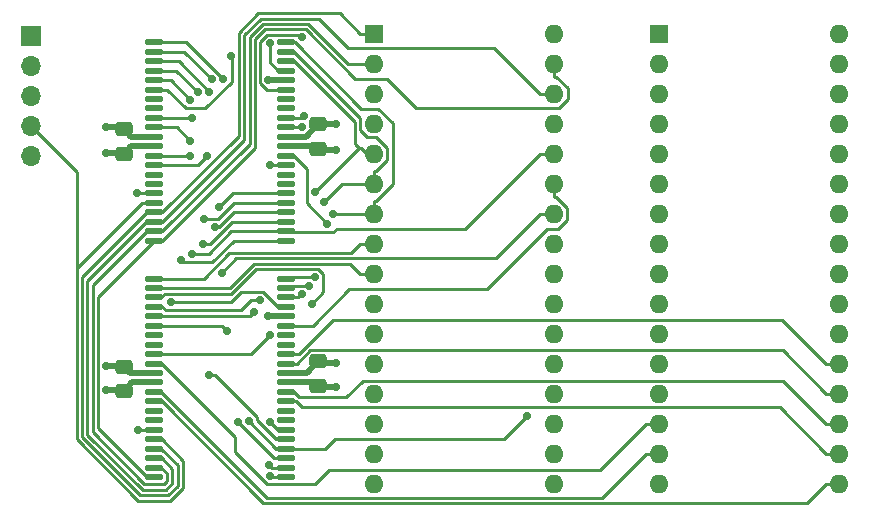
<source format=gtl>
G04 #@! TF.GenerationSoftware,KiCad,Pcbnew,8.0.0*
G04 #@! TF.CreationDate,2024-03-01T08:40:03-05:00*
G04 #@! TF.ProjectId,Rosco-MiniHat,526f7363-6f2d-44d6-996e-694861742e6b,rev?*
G04 #@! TF.SameCoordinates,Original*
G04 #@! TF.FileFunction,Copper,L1,Top*
G04 #@! TF.FilePolarity,Positive*
%FSLAX46Y46*%
G04 Gerber Fmt 4.6, Leading zero omitted, Abs format (unit mm)*
G04 Created by KiCad (PCBNEW 8.0.0) date 2024-03-01 08:40:03*
%MOMM*%
%LPD*%
G01*
G04 APERTURE LIST*
G04 Aperture macros list*
%AMRoundRect*
0 Rectangle with rounded corners*
0 $1 Rounding radius*
0 $2 $3 $4 $5 $6 $7 $8 $9 X,Y pos of 4 corners*
0 Add a 4 corners polygon primitive as box body*
4,1,4,$2,$3,$4,$5,$6,$7,$8,$9,$2,$3,0*
0 Add four circle primitives for the rounded corners*
1,1,$1+$1,$2,$3*
1,1,$1+$1,$4,$5*
1,1,$1+$1,$6,$7*
1,1,$1+$1,$8,$9*
0 Add four rect primitives between the rounded corners*
20,1,$1+$1,$2,$3,$4,$5,0*
20,1,$1+$1,$4,$5,$6,$7,0*
20,1,$1+$1,$6,$7,$8,$9,0*
20,1,$1+$1,$8,$9,$2,$3,0*%
G04 Aperture macros list end*
G04 #@! TA.AperFunction,ComponentPad*
%ADD10R,1.700000X1.700000*%
G04 #@! TD*
G04 #@! TA.AperFunction,ComponentPad*
%ADD11O,1.700000X1.700000*%
G04 #@! TD*
G04 #@! TA.AperFunction,ComponentPad*
%ADD12R,1.600000X1.600000*%
G04 #@! TD*
G04 #@! TA.AperFunction,ComponentPad*
%ADD13O,1.600000X1.600000*%
G04 #@! TD*
G04 #@! TA.AperFunction,SMDPad,CuDef*
%ADD14RoundRect,0.250000X0.475000X-0.337500X0.475000X0.337500X-0.475000X0.337500X-0.475000X-0.337500X0*%
G04 #@! TD*
G04 #@! TA.AperFunction,SMDPad,CuDef*
%ADD15RoundRect,0.137500X-0.625000X-0.137500X0.625000X-0.137500X0.625000X0.137500X-0.625000X0.137500X0*%
G04 #@! TD*
G04 #@! TA.AperFunction,SMDPad,CuDef*
%ADD16RoundRect,0.250000X-0.475000X0.337500X-0.475000X-0.337500X0.475000X-0.337500X0.475000X0.337500X0*%
G04 #@! TD*
G04 #@! TA.AperFunction,ViaPad*
%ADD17C,0.700000*%
G04 #@! TD*
G04 #@! TA.AperFunction,Conductor*
%ADD18C,0.500000*%
G04 #@! TD*
G04 #@! TA.AperFunction,Conductor*
%ADD19C,0.250000*%
G04 #@! TD*
G04 APERTURE END LIST*
D10*
X58638000Y-52550000D03*
D11*
X58638000Y-55090000D03*
X58638000Y-57630000D03*
X58638000Y-60170000D03*
X58638000Y-62710000D03*
D12*
X111867000Y-52387000D03*
D13*
X111867000Y-54927000D03*
X111867000Y-57467000D03*
X111867000Y-60007000D03*
X111867000Y-62547000D03*
X111867000Y-65087000D03*
X111867000Y-67627000D03*
X111867000Y-70167000D03*
X111867000Y-72707000D03*
X111867000Y-75247000D03*
X111867000Y-77787000D03*
X111867000Y-80327000D03*
X111867000Y-82867000D03*
X111867000Y-85407000D03*
X111867000Y-87947000D03*
X111867000Y-90487000D03*
X127107000Y-90487000D03*
X127107000Y-87947000D03*
X127107000Y-85407000D03*
X127107000Y-82867000D03*
X127107000Y-80327000D03*
X127107000Y-77787000D03*
X127107000Y-75247000D03*
X127107000Y-72707000D03*
X127107000Y-70167000D03*
X127107000Y-67627000D03*
X127107000Y-65087000D03*
X127107000Y-62547000D03*
X127107000Y-60007000D03*
X127107000Y-57467000D03*
X127107000Y-54927000D03*
X127107000Y-52387000D03*
D14*
X83000000Y-62133000D03*
X83000000Y-60058000D03*
X83000000Y-82183500D03*
X83000000Y-80108500D03*
D15*
X69082500Y-53100000D03*
X69082500Y-53900000D03*
X69082500Y-54700000D03*
X69082500Y-55500000D03*
X69082500Y-56300000D03*
X69082500Y-57100000D03*
X69082500Y-57900000D03*
X69082500Y-58700000D03*
X69082500Y-59500000D03*
X69082500Y-60300000D03*
X69082500Y-61100000D03*
X69082500Y-61900000D03*
X69082500Y-62700000D03*
X69082500Y-63500000D03*
X69082500Y-64300000D03*
X69082500Y-65100000D03*
X69082500Y-65900000D03*
X69082500Y-66700000D03*
X69082500Y-67500000D03*
X69082500Y-68300000D03*
X69082500Y-69100000D03*
X69082500Y-69900000D03*
X80257500Y-69900000D03*
X80257500Y-69100000D03*
X80257500Y-68300000D03*
X80257500Y-67500000D03*
X80257500Y-66700000D03*
X80257500Y-65900000D03*
X80257500Y-65100000D03*
X80257500Y-64300000D03*
X80257500Y-63500000D03*
X80257500Y-62700000D03*
X80257500Y-61900000D03*
X80257500Y-61100000D03*
X80257500Y-60300000D03*
X80257500Y-59500000D03*
X80257500Y-58700000D03*
X80257500Y-57900000D03*
X80257500Y-57100000D03*
X80257500Y-56300000D03*
X80257500Y-55500000D03*
X80257500Y-54700000D03*
X80257500Y-53900000D03*
X80257500Y-53100000D03*
D12*
X87667000Y-52387000D03*
D13*
X87667000Y-54927000D03*
X87667000Y-57467000D03*
X87667000Y-60007000D03*
X87667000Y-62547000D03*
X87667000Y-65087000D03*
X87667000Y-67627000D03*
X87667000Y-70167000D03*
X87667000Y-72707000D03*
X87667000Y-75247000D03*
X87667000Y-77787000D03*
X87667000Y-80327000D03*
X87667000Y-82867000D03*
X87667000Y-85407000D03*
X87667000Y-87947000D03*
X87667000Y-90487000D03*
X102907000Y-90487000D03*
X102907000Y-87947000D03*
X102907000Y-85407000D03*
X102907000Y-82867000D03*
X102907000Y-80327000D03*
X102907000Y-77787000D03*
X102907000Y-75247000D03*
X102907000Y-72707000D03*
X102907000Y-70167000D03*
X102907000Y-67627000D03*
X102907000Y-65087000D03*
X102907000Y-62547000D03*
X102907000Y-60007000D03*
X102907000Y-57467000D03*
X102907000Y-54927000D03*
X102907000Y-52387000D03*
D16*
X66500000Y-80552000D03*
X66500000Y-82627000D03*
X66500000Y-60462500D03*
X66500000Y-62537500D03*
D15*
X69082500Y-73100000D03*
X69082500Y-73900000D03*
X69082500Y-74700000D03*
X69082500Y-75500000D03*
X69082500Y-76300000D03*
X69082500Y-77100000D03*
X69082500Y-77900000D03*
X69082500Y-78700000D03*
X69082500Y-79500000D03*
X69082500Y-80300000D03*
X69082500Y-81100000D03*
X69082500Y-81900000D03*
X69082500Y-82700000D03*
X69082500Y-83500000D03*
X69082500Y-84300000D03*
X69082500Y-85100000D03*
X69082500Y-85900000D03*
X69082500Y-86700000D03*
X69082500Y-87500000D03*
X69082500Y-88300000D03*
X69082500Y-89100000D03*
X69082500Y-89900000D03*
X80257500Y-89900000D03*
X80257500Y-89100000D03*
X80257500Y-88300000D03*
X80257500Y-87500000D03*
X80257500Y-86700000D03*
X80257500Y-85900000D03*
X80257500Y-85100000D03*
X80257500Y-84300000D03*
X80257500Y-83500000D03*
X80257500Y-82700000D03*
X80257500Y-81900000D03*
X80257500Y-81100000D03*
X80257500Y-80300000D03*
X80257500Y-79500000D03*
X80257500Y-78700000D03*
X80257500Y-77900000D03*
X80257500Y-77100000D03*
X80257500Y-76300000D03*
X80257500Y-75500000D03*
X80257500Y-74700000D03*
X80257500Y-73900000D03*
X80257500Y-73100000D03*
D17*
X78750000Y-56250000D03*
X65000000Y-60250000D03*
X78750000Y-76250000D03*
X84500000Y-62250000D03*
X65000000Y-80500000D03*
X84500000Y-82250000D03*
X84500000Y-80250000D03*
X84500000Y-60000000D03*
X65000000Y-82500000D03*
X65000000Y-62500000D03*
X78934000Y-89807700D03*
X71367200Y-71560500D03*
X76171500Y-85215800D03*
X73189500Y-70184100D03*
X81581800Y-74401200D03*
X82677900Y-65772500D03*
X83496800Y-66591300D03*
X82180100Y-73723100D03*
X84218400Y-67670600D03*
X82736900Y-73004400D03*
X74932700Y-56213600D03*
X73946400Y-56207800D03*
X73732700Y-57279200D03*
X82414600Y-75247000D03*
X78021100Y-74892600D03*
X72796200Y-57318600D03*
X72162600Y-57980200D03*
X77549400Y-75951900D03*
X72277900Y-59500000D03*
X72138700Y-61450700D03*
X72136900Y-62700000D03*
X73539100Y-62761800D03*
X78925100Y-63500000D03*
X83724600Y-68452400D03*
X81594800Y-60249000D03*
X81739200Y-59344600D03*
X75578600Y-54286900D03*
X73693600Y-81306500D03*
X73308300Y-68059800D03*
X78904900Y-53159200D03*
X70544300Y-75101200D03*
X74275700Y-68772500D03*
X77091100Y-85178200D03*
X100633900Y-84719800D03*
X78912700Y-85213500D03*
X74581800Y-67042500D03*
X74832400Y-72592500D03*
X81627400Y-52682700D03*
X78849500Y-88883600D03*
X72273100Y-71031600D03*
X75255200Y-77527100D03*
X78911200Y-77890400D03*
X67757100Y-85900000D03*
X67637200Y-65900000D03*
D18*
X84500000Y-82250000D02*
X83066500Y-82250000D01*
X66500000Y-80552000D02*
X67048000Y-81100000D01*
X78750000Y-76250000D02*
X78800000Y-76300000D01*
X67048000Y-81100000D02*
X69082500Y-81100000D01*
X84500000Y-62250000D02*
X83117000Y-62250000D01*
X83066500Y-82250000D02*
X83000000Y-82183500D01*
X66287500Y-60250000D02*
X66500000Y-60462500D01*
X65000000Y-60250000D02*
X66287500Y-60250000D01*
X83117000Y-62250000D02*
X83000000Y-62133000D01*
X66448000Y-80500000D02*
X66500000Y-80552000D01*
X83000000Y-82183500D02*
X82716500Y-81900000D01*
X78750000Y-56250000D02*
X78800000Y-56300000D01*
X67137500Y-61100000D02*
X69082500Y-61100000D01*
X80257500Y-76300000D02*
X78750000Y-76250000D01*
X80257500Y-56300000D02*
X78750000Y-56250000D01*
X83000000Y-62133000D02*
X82767000Y-61900000D01*
X82716500Y-81900000D02*
X80257500Y-81900000D01*
X66500000Y-60462500D02*
X67137500Y-61100000D01*
X82767000Y-61900000D02*
X80257500Y-61900000D01*
X65000000Y-80500000D02*
X66448000Y-80500000D01*
X67227000Y-81900000D02*
X69082500Y-81900000D01*
X67137500Y-61900000D02*
X69082500Y-61900000D01*
X66373000Y-82500000D02*
X66500000Y-82627000D01*
X83141500Y-80250000D02*
X83000000Y-80108500D01*
X66500000Y-62537500D02*
X67137500Y-61900000D01*
X81958000Y-61100000D02*
X80257500Y-61100000D01*
X65000000Y-62500000D02*
X66462500Y-62500000D01*
X84500000Y-60000000D02*
X83058000Y-60000000D01*
X84500000Y-80250000D02*
X83141500Y-80250000D01*
X83000000Y-80108500D02*
X82008500Y-81100000D01*
X65127000Y-82627000D02*
X65000000Y-82500000D01*
X83000000Y-60058000D02*
X81958000Y-61100000D01*
X65000000Y-82500000D02*
X66373000Y-82500000D01*
X66500000Y-82627000D02*
X67227000Y-81900000D01*
X83058000Y-60000000D02*
X83000000Y-60058000D01*
X82008500Y-81100000D02*
X80257500Y-81100000D01*
X66462500Y-62500000D02*
X66500000Y-62537500D01*
D19*
X69082500Y-66700000D02*
X68064500Y-66700000D01*
X68064500Y-66700000D02*
X62514500Y-72250000D01*
X62514500Y-72250000D02*
X62514500Y-86694500D01*
X69726800Y-86700000D02*
X69082500Y-86700000D01*
X70447200Y-91915900D02*
X71540700Y-90822400D01*
X58638000Y-60170000D02*
X62514500Y-64046500D01*
X67735900Y-91915900D02*
X70447200Y-91915900D01*
X62514500Y-86694500D02*
X67735900Y-91915900D01*
X62514500Y-72250000D02*
X62514500Y-64046500D01*
X58638000Y-60870000D02*
X58638000Y-60170000D01*
X71540700Y-90822400D02*
X71540700Y-88513900D01*
X71540700Y-88513900D02*
X69726800Y-86700000D01*
X69082500Y-67500000D02*
X68450900Y-67500000D01*
X87667000Y-52387000D02*
X86540100Y-52387000D01*
X76255600Y-52287100D02*
X76255600Y-61034700D01*
X77908000Y-50634700D02*
X76255600Y-52287100D01*
X76255600Y-61034700D02*
X69790300Y-67500000D01*
X86540100Y-52387000D02*
X84787800Y-50634700D01*
X69790300Y-67500000D02*
X69082500Y-67500000D01*
X70260000Y-91464000D02*
X71088800Y-90635200D01*
X62966400Y-72984500D02*
X62966400Y-86507300D01*
X84787800Y-50634700D02*
X77908000Y-50634700D01*
X68450900Y-67500000D02*
X62966400Y-72984500D01*
X67923100Y-91464000D02*
X70260000Y-91464000D01*
X71088800Y-90635200D02*
X71088800Y-88883600D01*
X71088800Y-88883600D02*
X69705200Y-87500000D01*
X62966400Y-86507300D02*
X67923100Y-91464000D01*
X69705200Y-87500000D02*
X69082500Y-87500000D01*
X77159400Y-52669100D02*
X78281000Y-51547500D01*
X69702500Y-89100000D02*
X69082500Y-89100000D01*
X82090200Y-51547500D02*
X85469700Y-54927000D01*
X77159400Y-61697800D02*
X77159400Y-52669100D01*
X69898600Y-90503900D02*
X70172400Y-90230100D01*
X68264200Y-90503900D02*
X69898600Y-90503900D01*
X69082500Y-69100000D02*
X68457500Y-69100000D01*
X70172400Y-90230100D02*
X70172400Y-89569900D01*
X69757200Y-69100000D02*
X77159400Y-61697800D01*
X78281000Y-51547500D02*
X82090200Y-51547500D01*
X70172400Y-89569900D02*
X69702500Y-89100000D01*
X63870200Y-86109900D02*
X68264200Y-90503900D01*
X63870200Y-73687300D02*
X63870200Y-86109900D01*
X85469700Y-54927000D02*
X86540100Y-54927000D01*
X68457500Y-69100000D02*
X63870200Y-73687300D01*
X87667000Y-54927000D02*
X86540100Y-54927000D01*
X69082500Y-69100000D02*
X69757200Y-69100000D01*
X71532000Y-71725300D02*
X74004800Y-71725300D01*
X79026300Y-89900000D02*
X78934000Y-89807700D01*
X80257500Y-89900000D02*
X79026300Y-89900000D01*
X75830100Y-69900000D02*
X80257500Y-69900000D01*
X71367200Y-71560500D02*
X71532000Y-71725300D01*
X74004800Y-71725300D02*
X75830100Y-69900000D01*
X73826500Y-70184100D02*
X73189500Y-70184100D01*
X75710600Y-68300000D02*
X73826500Y-70184100D01*
X80257500Y-68300000D02*
X75710600Y-68300000D01*
X79255700Y-88300000D02*
X76171500Y-85215800D01*
X80257500Y-88300000D02*
X79255700Y-88300000D01*
X87103600Y-62547000D02*
X86616500Y-62059900D01*
X86616500Y-62059900D02*
X86390500Y-62059900D01*
X86051600Y-61721000D02*
X86051600Y-59865200D01*
X86390500Y-62059900D02*
X82677900Y-65772500D01*
X81283000Y-74700000D02*
X81581800Y-74401200D01*
X80257500Y-74700000D02*
X81283000Y-74700000D01*
X80886400Y-54700000D02*
X80257500Y-54700000D01*
X86051600Y-59865200D02*
X80886400Y-54700000D01*
X87667000Y-62547000D02*
X87103600Y-62547000D01*
X86390500Y-62059900D02*
X86051600Y-61721000D01*
X87115800Y-61135900D02*
X87900000Y-61135900D01*
X80434400Y-73723100D02*
X80257500Y-73900000D01*
X87667000Y-65087000D02*
X86540100Y-65087000D01*
X88816400Y-63044200D02*
X87900500Y-63960100D01*
X86503500Y-60523600D02*
X87115800Y-61135900D01*
X87900000Y-61135900D02*
X88816400Y-62052300D01*
X87900500Y-63960100D02*
X87667000Y-63960100D01*
X88816400Y-62052300D02*
X88816400Y-63044200D01*
X85001100Y-65087000D02*
X83496800Y-66591300D01*
X86503500Y-59518500D02*
X86503500Y-60523600D01*
X80257500Y-53900000D02*
X80885000Y-53900000D01*
X86540100Y-65087000D02*
X85001100Y-65087000D01*
X80885000Y-53900000D02*
X86503500Y-59518500D01*
X82180100Y-73723100D02*
X80434400Y-73723100D01*
X87667000Y-65087000D02*
X87667000Y-63960100D01*
X88064800Y-58737000D02*
X89286900Y-59959100D01*
X80989900Y-53100000D02*
X86626900Y-58737000D01*
X86626900Y-58737000D02*
X88064800Y-58737000D01*
X80257500Y-73100000D02*
X80353100Y-73004400D01*
X87900500Y-66500100D02*
X87667000Y-66500100D01*
X87667000Y-67627000D02*
X87667000Y-66500100D01*
X89286900Y-59959100D02*
X89286900Y-65113700D01*
X86540100Y-67627000D02*
X86496500Y-67670600D01*
X89286900Y-65113700D02*
X87900500Y-66500100D01*
X80257500Y-53100000D02*
X80989900Y-53100000D01*
X86496500Y-67670600D02*
X84218400Y-67670600D01*
X80353100Y-73004400D02*
X82736900Y-73004400D01*
X87667000Y-67627000D02*
X86540100Y-67627000D01*
X87667000Y-70167000D02*
X86540100Y-70167000D01*
X86540100Y-70167000D02*
X85771700Y-70935400D01*
X71819100Y-53100000D02*
X69082500Y-53100000D01*
X85771700Y-70935400D02*
X75433800Y-70935400D01*
X74932700Y-56213600D02*
X71819100Y-53100000D01*
X73269200Y-73100000D02*
X69082500Y-73100000D01*
X75433800Y-70935400D02*
X73269200Y-73100000D01*
X85674600Y-71841500D02*
X86540100Y-72707000D01*
X77535400Y-71841500D02*
X85674600Y-71841500D01*
X71638600Y-53900000D02*
X73946400Y-56207800D01*
X69082500Y-53900000D02*
X71638600Y-53900000D01*
X75476900Y-73900000D02*
X77535400Y-71841500D01*
X69082500Y-73900000D02*
X75476900Y-73900000D01*
X87667000Y-72707000D02*
X86540100Y-72707000D01*
X71153500Y-54700000D02*
X73732700Y-57279200D01*
X70012500Y-74390000D02*
X75626000Y-74390000D01*
X69702500Y-74700000D02*
X70012500Y-74390000D01*
X77718900Y-72297100D02*
X82988700Y-72297100D01*
X83415600Y-72724000D02*
X83415600Y-74246000D01*
X82988700Y-72297100D02*
X83415600Y-72724000D01*
X83415600Y-74246000D02*
X82414600Y-75247000D01*
X69082500Y-54700000D02*
X71153500Y-54700000D01*
X75626000Y-74390000D02*
X77718900Y-72297100D01*
X69082500Y-74700000D02*
X69702500Y-74700000D01*
X77295800Y-74892600D02*
X78021100Y-74892600D01*
X70073700Y-75781000D02*
X76407400Y-75781000D01*
X69082500Y-55500000D02*
X70977600Y-55500000D01*
X69792700Y-75500000D02*
X70073700Y-75781000D01*
X69082500Y-75500000D02*
X69792700Y-75500000D01*
X76407400Y-75781000D02*
X77295800Y-74892600D01*
X70977600Y-55500000D02*
X72796200Y-57318600D01*
X69082500Y-56300000D02*
X70482400Y-56300000D01*
X69082500Y-76300000D02*
X77201300Y-76300000D01*
X70482400Y-56300000D02*
X72162600Y-57980200D01*
X77201300Y-76300000D02*
X77549400Y-75951900D01*
X69082500Y-59500000D02*
X72277900Y-59500000D01*
X70988000Y-60300000D02*
X72138700Y-61450700D01*
X69082500Y-60300000D02*
X70988000Y-60300000D01*
X69082500Y-62700000D02*
X72136900Y-62700000D01*
X69082500Y-63500000D02*
X72800900Y-63500000D01*
X72800900Y-63500000D02*
X73539100Y-62761800D01*
X80257500Y-63500000D02*
X78925100Y-63500000D01*
X82001000Y-63790800D02*
X82001000Y-66728800D01*
X80257500Y-62700000D02*
X80910200Y-62700000D01*
X82001000Y-66728800D02*
X83724600Y-68452400D01*
X80910200Y-62700000D02*
X82001000Y-63790800D01*
X81543800Y-60300000D02*
X81594800Y-60249000D01*
X80257500Y-60300000D02*
X81543800Y-60300000D01*
X81583800Y-59500000D02*
X81739200Y-59344600D01*
X80257500Y-59500000D02*
X81583800Y-59500000D01*
X69082500Y-57100000D02*
X70190500Y-57100000D01*
X71785700Y-58695200D02*
X73419500Y-58695200D01*
X75634900Y-56479800D02*
X75634900Y-54343200D01*
X70190500Y-57100000D02*
X71785700Y-58695200D01*
X75634900Y-54343200D02*
X75578600Y-54286900D01*
X73419500Y-58695200D02*
X75634900Y-56479800D01*
X77774400Y-85095900D02*
X79378500Y-86700000D01*
X75881600Y-66700000D02*
X74521800Y-68059800D01*
X79378500Y-86700000D02*
X80257500Y-86700000D01*
X74237800Y-81306500D02*
X77774400Y-84843100D01*
X77774400Y-84843100D02*
X77774400Y-85095900D01*
X74521800Y-68059800D02*
X73308300Y-68059800D01*
X80257500Y-66700000D02*
X75881600Y-66700000D01*
X73693600Y-81306500D02*
X74237800Y-81306500D01*
X75553900Y-75101200D02*
X70544300Y-75101200D01*
X78904900Y-54791600D02*
X78904900Y-53159200D01*
X80257500Y-75500000D02*
X79587400Y-75500000D01*
X79587400Y-75500000D02*
X78303100Y-74215700D01*
X79613300Y-55500000D02*
X78904900Y-54791600D01*
X76439400Y-74215700D02*
X75553900Y-75101200D01*
X80257500Y-55500000D02*
X79613300Y-55500000D01*
X78303100Y-74215700D02*
X76439400Y-74215700D01*
X84361300Y-86674000D02*
X98679700Y-86674000D01*
X79412900Y-87500000D02*
X80257500Y-87500000D01*
X83535300Y-87500000D02*
X84361300Y-86674000D01*
X98679700Y-86674000D02*
X100633900Y-84719800D01*
X77091100Y-85178200D02*
X79412900Y-87500000D01*
X74598900Y-68772500D02*
X74275700Y-68772500D01*
X75871400Y-67500000D02*
X74598900Y-68772500D01*
X80257500Y-87500000D02*
X83535300Y-87500000D01*
X80257500Y-67500000D02*
X75871400Y-67500000D01*
X101780100Y-67627000D02*
X98019800Y-71387300D01*
X102907000Y-67627000D02*
X101780100Y-67627000D01*
X75724300Y-65900000D02*
X74581800Y-67042500D01*
X79599200Y-85900000D02*
X78912700Y-85213500D01*
X98019800Y-71387300D02*
X76037600Y-71387300D01*
X76037600Y-71387300D02*
X74832400Y-72592500D01*
X80257500Y-65900000D02*
X75724300Y-65900000D01*
X80257500Y-85900000D02*
X79599200Y-85900000D01*
X104058400Y-67131800D02*
X103140500Y-66213900D01*
X102376800Y-68897000D02*
X103268700Y-68897000D01*
X104058400Y-68107300D02*
X104058400Y-67131800D01*
X97296800Y-73977000D02*
X102376800Y-68897000D01*
X78065700Y-56560100D02*
X78065700Y-53041000D01*
X78605600Y-57100000D02*
X78065700Y-56560100D01*
X102907000Y-65087000D02*
X102907000Y-66213900D01*
X78628700Y-52478000D02*
X81422700Y-52478000D01*
X81422700Y-52478000D02*
X81627400Y-52682700D01*
X78065700Y-53041000D02*
X78628700Y-52478000D01*
X85618100Y-73977000D02*
X97296800Y-73977000D01*
X80257500Y-77100000D02*
X82495100Y-77100000D01*
X103268700Y-68897000D02*
X104058400Y-68107300D01*
X80257500Y-57100000D02*
X78605600Y-57100000D01*
X103140500Y-66213900D02*
X102907000Y-66213900D01*
X82495100Y-77100000D02*
X85618100Y-73977000D01*
X80257500Y-89100000D02*
X79065900Y-89100000D01*
X102907000Y-62547000D02*
X101780100Y-62547000D01*
X79065900Y-89100000D02*
X78849500Y-88883600D01*
X84264400Y-69177200D02*
X84544600Y-68897000D01*
X75620800Y-69100000D02*
X80257500Y-69100000D01*
X73689200Y-71031600D02*
X75620800Y-69100000D01*
X95430100Y-68897000D02*
X101780100Y-62547000D01*
X80257500Y-69100000D02*
X80334700Y-69177200D01*
X80334700Y-69177200D02*
X84264400Y-69177200D01*
X84544600Y-68897000D02*
X95430100Y-68897000D01*
X72273100Y-71031600D02*
X73689200Y-71031600D01*
X69772600Y-68300000D02*
X76707500Y-61365100D01*
X70636900Y-89225200D02*
X70636900Y-90448000D01*
X76707500Y-61365100D02*
X76707500Y-52476700D01*
X68110300Y-91012100D02*
X63418300Y-86320100D01*
X70636900Y-90448000D02*
X70072800Y-91012100D01*
X78093100Y-51091100D02*
X83036200Y-51091100D01*
X85529700Y-53584600D02*
X97897700Y-53584600D01*
X70072800Y-91012100D02*
X68110300Y-91012100D01*
X63418300Y-73314300D02*
X68432600Y-68300000D01*
X69082500Y-88300000D02*
X69711700Y-88300000D01*
X83036200Y-51091100D02*
X85529700Y-53584600D01*
X102907000Y-57467000D02*
X101780100Y-57467000D01*
X76707500Y-52476700D02*
X78093100Y-51091100D01*
X97897700Y-53584600D02*
X101780100Y-57467000D01*
X63418300Y-86320100D02*
X63418300Y-73314300D01*
X69711700Y-88300000D02*
X70636900Y-89225200D01*
X68432600Y-68300000D02*
X69082500Y-68300000D01*
X69082500Y-68300000D02*
X69772600Y-68300000D01*
X88792400Y-56197000D02*
X91223900Y-58628500D01*
X103377200Y-58628500D02*
X104085500Y-57920200D01*
X64322100Y-85759600D02*
X64322100Y-74660400D01*
X91223900Y-58628500D02*
X103377200Y-58628500D01*
X103140500Y-56053900D02*
X102907000Y-56053900D01*
X86100500Y-56197000D02*
X88792400Y-56197000D01*
X69770600Y-69900000D02*
X77611300Y-62059300D01*
X77611300Y-52856300D02*
X78468200Y-51999400D01*
X102907000Y-54927000D02*
X102907000Y-56053900D01*
X64322100Y-74660400D02*
X69082500Y-69900000D01*
X69082500Y-89900000D02*
X68462500Y-89900000D01*
X81902900Y-51999400D02*
X86100500Y-56197000D01*
X77611300Y-62059300D02*
X77611300Y-52856300D01*
X104085500Y-56998900D02*
X103140500Y-56053900D01*
X78468200Y-51999400D02*
X81902900Y-51999400D01*
X104085500Y-57920200D02*
X104085500Y-56998900D01*
X69082500Y-69900000D02*
X69770600Y-69900000D01*
X68462500Y-89900000D02*
X64322100Y-85759600D01*
X69082500Y-77100000D02*
X74828100Y-77100000D01*
X74828100Y-77100000D02*
X75255200Y-77527100D01*
X69082500Y-79500000D02*
X77301600Y-79500000D01*
X77301600Y-79500000D02*
X78911200Y-77890400D01*
X69082500Y-80300000D02*
X69723700Y-80300000D01*
X111867000Y-85407000D02*
X110740100Y-85407000D01*
X82713000Y-90517400D02*
X83905300Y-89325100D01*
X78673900Y-90517400D02*
X82713000Y-90517400D01*
X106822000Y-89325100D02*
X110740100Y-85407000D01*
X75918000Y-86494300D02*
X75918000Y-87761500D01*
X75918000Y-87761500D02*
X78673900Y-90517400D01*
X83905300Y-89325100D02*
X106822000Y-89325100D01*
X69723700Y-80300000D02*
X75918000Y-86494300D01*
X69704800Y-82700000D02*
X78645900Y-91641100D01*
X111867000Y-87947000D02*
X110740100Y-87947000D01*
X107046000Y-91641100D02*
X110740100Y-87947000D01*
X69082500Y-82700000D02*
X69704800Y-82700000D01*
X78645900Y-91641100D02*
X107046000Y-91641100D01*
X127107000Y-90487000D02*
X125980100Y-90487000D01*
X124345400Y-92121700D02*
X125980100Y-90487000D01*
X69711300Y-83500000D02*
X78333000Y-92121700D01*
X69082500Y-83500000D02*
X69711300Y-83500000D01*
X78333000Y-92121700D02*
X124345400Y-92121700D01*
X125980100Y-87947000D02*
X122042800Y-84009700D01*
X122042800Y-84009700D02*
X81574000Y-84009700D01*
X81574000Y-84009700D02*
X81064300Y-83500000D01*
X127107000Y-87947000D02*
X125980100Y-87947000D01*
X81064300Y-83500000D02*
X80257500Y-83500000D01*
X85367100Y-83100000D02*
X81364500Y-83100000D01*
X80964500Y-82700000D02*
X80257500Y-82700000D01*
X86731800Y-81735300D02*
X85367100Y-83100000D01*
X127107000Y-85407000D02*
X125980100Y-85407000D01*
X81364500Y-83100000D02*
X80964500Y-82700000D01*
X122308400Y-81735300D02*
X86731800Y-81735300D01*
X125980100Y-85407000D02*
X122308400Y-81735300D01*
X80257500Y-80300000D02*
X81172000Y-80300000D01*
X122296800Y-79183700D02*
X125980100Y-82867000D01*
X82288300Y-79183700D02*
X122296800Y-79183700D01*
X127107000Y-82867000D02*
X125980100Y-82867000D01*
X81172000Y-80300000D02*
X82288300Y-79183700D01*
X122284200Y-76631100D02*
X125980100Y-80327000D01*
X127107000Y-80327000D02*
X125980100Y-80327000D01*
X80257500Y-79500000D02*
X81330600Y-79500000D01*
X84199500Y-76631100D02*
X122284200Y-76631100D01*
X81330600Y-79500000D02*
X84199500Y-76631100D01*
X69082500Y-85900000D02*
X67757100Y-85900000D01*
X67637200Y-65900000D02*
X69082500Y-65900000D01*
M02*

</source>
